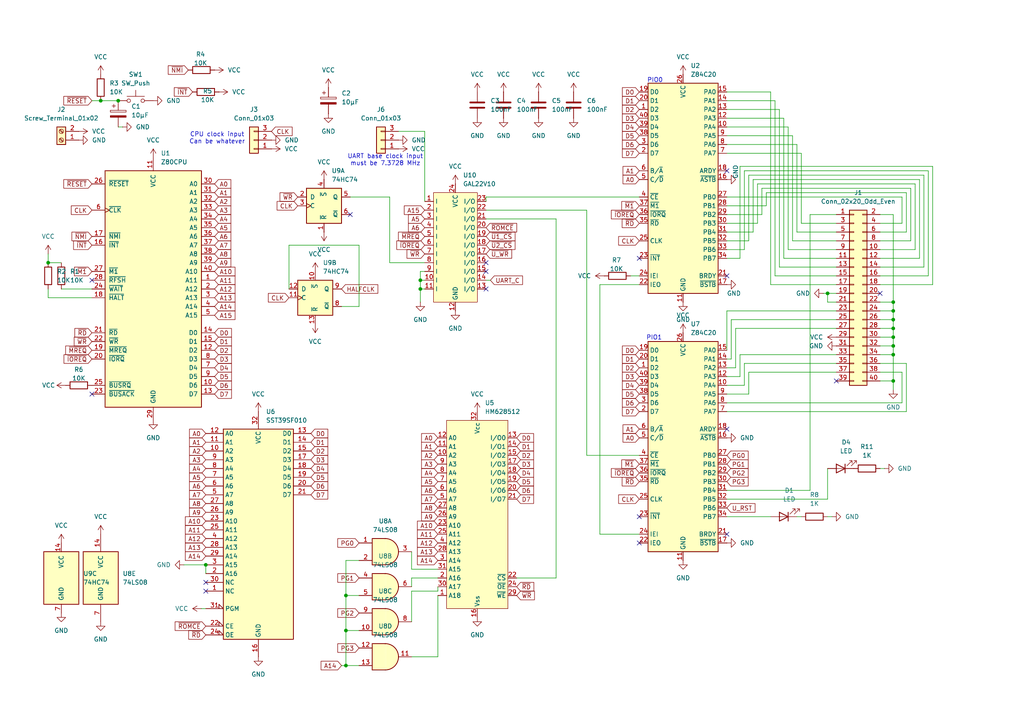
<source format=kicad_sch>
(kicad_sch (version 20231120) (generator "eeschema") (generator_version "8.0")
  (paper "A4")
  (junction (at 121.92 81.28))
  (junction (at 142.24 237.49))
  (junction (at 107.95 252.73))
  (junction (at 259.08 90.17))
  (junction (at 259.08 95.25))
  (junction (at 34.29 29.21))
  (junction (at 259.08 102.87))
  (junction (at 259.08 100.33))
  (junction (at 259.08 87.63))
  (junction (at 121.92 83.82))
  (junction (at 240.03 85.09))
  (junction (at 29.21 29.21))
  (junction (at 100.33 172.72))
  (junction (at 59.69 163.83))
  (junction (at 259.08 110.49))
  (junction (at 100.33 182.88))
  (junction (at 259.08 92.71))
  (junction (at 100.33 193.04))
  (junction (at 259.08 97.79))
  (junction (at 45.72 251.46))
  (junction (at 13.97 76.2))
  (junction (at 78.74 236.22))
  (no_connect (at 83.82 247.65))
  (no_connect (at 140.97 76.2))
  (no_connect (at 140.97 78.74))
  (no_connect (at 59.69 168.91))
  (no_connect (at 128.27 252.73))
  (no_connect (at 134.62 255.27))
  (no_connect (at 147.32 255.27))
  (no_connect (at 140.97 83.82))
  (no_connect (at 66.04 228.6))
  (no_connect (at 255.27 85.09))
  (no_connect (at 26.67 81.28))
  (no_connect (at 73.66 247.65))
  (no_connect (at 66.04 251.46))
  (no_connect (at 185.42 74.93))
  (no_connect (at 210.82 49.53))
  (no_connect (at 66.04 254))
  (no_connect (at 242.57 110.49))
  (no_connect (at 128.27 267.97))
  (no_connect (at 101.6 62.23))
  (no_connect (at 128.27 255.27))
  (no_connect (at 137.16 255.27))
  (no_connect (at 185.42 157.48))
  (no_connect (at 71.12 247.65))
  (no_connect (at 26.67 114.3))
  (no_connect (at 185.42 149.86))
  (no_connect (at 66.04 266.7))
  (no_connect (at 66.04 238.76))
  (no_connect (at 210.82 154.94))
  (no_connect (at 59.69 171.45))
  (no_connect (at 210.82 80.01))
  (no_connect (at 128.27 240.03))
  (no_connect (at 128.27 229.87))
  (no_connect (at 210.82 124.46))
  (wire (pts (xy 185.42 57.15) (xy 140.97 57.15)))
  (wire (pts (xy 229.87 69.85) (xy 242.57 69.85)))
  (wire (pts (xy 270.51 82.55) (xy 255.27 82.55)))
  (wire (pts (xy 215.9 72.39) (xy 215.9 49.53)))
  (wire (pts (xy 106.68 252.73) (xy 107.95 252.73)))
  (wire (pts (xy 217.17 50.8) (xy 267.97 50.8)))
  (wire (pts (xy 26.67 29.21) (xy 29.21 29.21)))
  (wire (pts (xy 210.82 57.15) (xy 261.62 57.15)))
  (wire (pts (xy 259.08 95.25) (xy 259.08 97.79)))
  (wire (pts (xy 140.97 57.15) (xy 140.97 58.42)))
  (wire (pts (xy 121.92 83.82) (xy 121.92 81.28)))
  (wire (pts (xy 226.06 77.47) (xy 242.57 77.47)))
  (wire (pts (xy 220.98 62.23) (xy 220.98 54.61)))
  (wire (pts (xy 210.82 116.84) (xy 261.62 116.84)))
  (wire (pts (xy 119.38 171.45) (xy 127 171.45)))
  (wire (pts (xy 128.27 224.79) (xy 135.89 224.79)))
  (wire (pts (xy 173.99 154.94) (xy 173.99 82.55)))
  (wire (pts (xy 210.82 64.77) (xy 219.71 64.77)))
  (wire (pts (xy 100.33 182.88) (xy 100.33 172.72)))
  (wire (pts (xy 269.24 49.53) (xy 269.24 80.01)))
  (wire (pts (xy 121.92 81.28) (xy 121.92 78.74)))
  (wire (pts (xy 135.89 231.14) (xy 139.7 231.14)))
  (wire (pts (xy 170.18 132.08) (xy 170.18 60.96)))
  (wire (pts (xy 264.16 69.85) (xy 255.27 69.85)))
  (wire (pts (xy 229.87 39.37) (xy 229.87 69.85)))
  (wire (pts (xy 113.03 76.2) (xy 123.19 76.2)))
  (wire (pts (xy 76.2 231.14) (xy 76.2 247.65)))
  (wire (pts (xy 222.25 59.69) (xy 222.25 55.88)))
  (wire (pts (xy 214.63 48.26) (xy 270.51 48.26)))
  (wire (pts (xy 34.29 36.83) (xy 35.56 36.83)))
  (wire (pts (xy 261.62 116.84) (xy 261.62 107.95)))
  (wire (pts (xy 242.57 92.71) (xy 212.09 92.71)))
  (wire (pts (xy 210.82 44.45) (xy 232.41 44.45)))
  (wire (pts (xy 242.57 105.41) (xy 215.9 105.41)))
  (wire (pts (xy 267.97 77.47) (xy 255.27 77.47)))
  (wire (pts (xy 17.78 83.82) (xy 26.67 83.82)))
  (wire (pts (xy 99.06 88.9) (xy 104.14 88.9)))
  (wire (pts (xy 234.95 62.23) (xy 242.57 62.23)))
  (wire (pts (xy 87.63 236.22) (xy 88.9 236.22)))
  (wire (pts (xy 262.89 119.38) (xy 262.89 105.41)))
  (wire (pts (xy 83.82 71.12) (xy 83.82 83.82)))
  (wire (pts (xy 44.45 251.46) (xy 45.72 251.46)))
  (wire (pts (xy 210.82 59.69) (xy 222.25 59.69)))
  (wire (pts (xy 127 190.5) (xy 127 172.72)))
  (wire (pts (xy 142.24 237.49) (xy 142.24 255.27)))
  (wire (pts (xy 161.29 63.5) (xy 140.97 63.5)))
  (wire (pts (xy 232.41 64.77) (xy 242.57 64.77)))
  (wire (pts (xy 259.08 62.23) (xy 259.08 87.63)))
  (wire (pts (xy 261.62 57.15) (xy 261.62 64.77)))
  (wire (pts (xy 255.27 102.87) (xy 259.08 102.87)))
  (wire (pts (xy 87.63 226.06) (xy 88.9 226.06)))
  (wire (pts (xy 255.27 135.89) (xy 256.54 135.89)))
  (wire (pts (xy 100.33 172.72) (xy 104.14 172.72)))
  (wire (pts (xy 127 171.45) (xy 127 170.18)))
  (wire (pts (xy 119.38 170.18) (xy 119.38 167.64)))
  (wire (pts (xy 210.82 26.67) (xy 223.52 26.67)))
  (wire (pts (xy 113.03 57.15) (xy 113.03 76.2)))
  (wire (pts (xy 71.12 231.14) (xy 76.2 231.14)))
  (wire (pts (xy 71.12 223.52) (xy 71.12 231.14)))
  (wire (pts (xy 255.27 87.63) (xy 259.08 87.63)))
  (wire (pts (xy 224.79 80.01) (xy 242.57 80.01)))
  (wire (pts (xy 255.27 97.79) (xy 259.08 97.79)))
  (wire (pts (xy 210.82 72.39) (xy 215.9 72.39)))
  (wire (pts (xy 222.25 55.88) (xy 262.89 55.88)))
  (wire (pts (xy 210.82 62.23) (xy 220.98 62.23)))
  (wire (pts (xy 265.43 72.39) (xy 255.27 72.39)))
  (wire (pts (xy 255.27 62.23) (xy 259.08 62.23)))
  (wire (pts (xy 217.17 69.85) (xy 217.17 50.8)))
  (wire (pts (xy 264.16 54.61) (xy 264.16 69.85)))
  (wire (pts (xy 210.82 149.86) (xy 223.52 149.86)))
  (wire (pts (xy 78.74 236.22) (xy 80.01 236.22)))
  (wire (pts (xy 107.95 252.73) (xy 107.95 255.27)))
  (wire (pts (xy 78.74 236.22) (xy 78.74 247.65)))
  (wire (pts (xy 210.82 90.17) (xy 210.82 101.6)))
  (wire (pts (xy 210.82 142.24) (xy 234.95 142.24)))
  (wire (pts (xy 100.33 162.56) (xy 100.33 172.72)))
  (wire (pts (xy 128.27 227.33) (xy 134.62 227.33)))
  (wire (pts (xy 59.69 163.83) (xy 59.69 166.37)))
  (wire (pts (xy 266.7 74.93) (xy 255.27 74.93)))
  (wire (pts (xy 121.92 87.63) (xy 121.92 83.82)))
  (wire (pts (xy 220.98 54.61) (xy 264.16 54.61)))
  (wire (pts (xy 128.27 237.49) (xy 142.24 237.49)))
  (wire (pts (xy 215.9 111.76) (xy 210.82 111.76)))
  (wire (pts (xy 219.71 64.77) (xy 219.71 53.34)))
  (wire (pts (xy 161.29 167.64) (xy 161.29 63.5)))
  (wire (pts (xy 13.97 76.2) (xy 17.78 76.2)))
  (wire (pts (xy 66.04 223.52) (xy 71.12 223.52)))
  (wire (pts (xy 219.71 53.34) (xy 265.43 53.34)))
  (wire (pts (xy 227.33 34.29) (xy 227.33 74.93)))
  (wire (pts (xy 218.44 67.31) (xy 218.44 52.07)))
  (wire (pts (xy 259.08 87.63) (xy 259.08 90.17)))
  (wire (pts (xy 267.97 50.8) (xy 267.97 77.47)))
  (wire (pts (xy 214.63 109.22) (xy 210.82 109.22)))
  (wire (pts (xy 119.38 180.34) (xy 119.38 171.45)))
  (wire (pts (xy 119.38 160.02) (xy 119.38 165.1)))
  (wire (pts (xy 115.57 38.1) (xy 123.19 38.1)))
  (wire (pts (xy 140.97 81.28) (xy 142.24 81.28)))
  (wire (pts (xy 210.82 29.21) (xy 224.79 29.21)))
  (wire (pts (xy 185.42 154.94) (xy 173.99 154.94)))
  (wire (pts (xy 242.57 90.17) (xy 210.82 90.17)))
  (wire (pts (xy 255.27 95.25) (xy 259.08 95.25)))
  (wire (pts (xy 121.92 83.82) (xy 123.19 83.82)))
  (wire (pts (xy 217.17 107.95) (xy 217.17 114.3)))
  (wire (pts (xy 121.92 78.74) (xy 123.19 78.74)))
  (wire (pts (xy 104.14 88.9) (xy 104.14 71.12)))
  (wire (pts (xy 238.76 85.09) (xy 240.03 85.09)))
  (wire (pts (xy 212.09 104.14) (xy 210.82 104.14)))
  (wire (pts (xy 119.38 165.1) (xy 127 165.1)))
  (wire (pts (xy 259.08 110.49) (xy 259.08 113.03)))
  (wire (pts (xy 214.63 102.87) (xy 214.63 109.22)))
  (wire (pts (xy 231.14 149.86) (xy 232.41 149.86)))
  (wire (pts (xy 231.14 41.91) (xy 231.14 67.31)))
  (wire (pts (xy 269.24 80.01) (xy 255.27 80.01)))
  (wire (pts (xy 262.89 67.31) (xy 255.27 67.31)))
  (wire (pts (xy 210.82 144.78) (xy 240.03 144.78)))
  (wire (pts (xy 149.86 167.64) (xy 161.29 167.64)))
  (wire (pts (xy 240.03 149.86) (xy 241.3 149.86)))
  (wire (pts (xy 259.08 90.17) (xy 259.08 92.71)))
  (wire (pts (xy 255.27 92.71) (xy 259.08 92.71)))
  (wire (pts (xy 104.14 71.12) (xy 83.82 71.12)))
  (wire (pts (xy 240.03 85.09) (xy 242.57 85.09)))
  (wire (pts (xy 255.27 100.33) (xy 259.08 100.33)))
  (wire (pts (xy 170.18 60.96) (xy 140.97 60.96)))
  (wire (pts (xy 13.97 86.36) (xy 26.67 86.36)))
  (wire (pts (xy 142.24 237.49) (xy 144.78 237.49)))
  (wire (pts (xy 210.82 67.31) (xy 218.44 67.31)))
  (wire (pts (xy 226.06 31.75) (xy 226.06 77.47)))
  (wire (pts (xy 139.7 231.14) (xy 139.7 255.27)))
  (wire (pts (xy 218.44 52.07) (xy 266.7 52.07)))
  (wire (pts (xy 149.86 227.33) (xy 151.13 227.33)))
  (wire (pts (xy 228.6 36.83) (xy 228.6 72.39)))
  (wire (pts (xy 13.97 83.82) (xy 13.97 86.36)))
  (wire (pts (xy 259.08 92.71) (xy 259.08 95.25)))
  (wire (pts (xy 185.42 132.08) (xy 170.18 132.08)))
  (wire (pts (xy 101.6 57.15) (xy 113.03 57.15)))
  (wire (pts (xy 259.08 102.87) (xy 259.08 110.49)))
  (wire (pts (xy 232.41 44.45) (xy 232.41 64.77)))
  (wire (pts (xy 13.97 73.66) (xy 13.97 76.2)))
  (wire (pts (xy 270.51 48.26) (xy 270.51 82.55)))
  (wire (pts (xy 29.21 29.21) (xy 34.29 29.21)))
  (wire (pts (xy 262.89 55.88) (xy 262.89 67.31)))
  (wire (pts (xy 227.33 74.93) (xy 242.57 74.93)))
  (wire (pts (xy 210.82 39.37) (xy 229.87 39.37)))
  (wire (pts (xy 266.7 52.07) (xy 266.7 74.93)))
  (wire (pts (xy 240.03 144.78) (xy 240.03 135.89)))
  (wire (pts (xy 121.92 81.28) (xy 123.19 81.28)))
  (wire (pts (xy 255.27 110.49) (xy 259.08 110.49)))
  (wire (pts (xy 210.82 34.29) (xy 227.33 34.29)))
  (wire (pts (xy 104.14 182.88) (xy 100.33 182.88)))
  (wire (pts (xy 53.34 163.83) (xy 59.69 163.83)))
  (wire (pts (xy 104.14 162.56) (xy 100.33 162.56)))
  (wire (pts (xy 66.04 226.06) (xy 72.39 226.06)))
  (wire (pts (xy 212.09 92.71) (xy 212.09 104.14)))
  (wire (pts (xy 210.82 74.93) (xy 214.63 74.93)))
  (wire (pts (xy 210.82 119.38) (xy 262.89 119.38)))
  (wire (pts (xy 265.43 53.34) (xy 265.43 72.39)))
  (wire (pts (xy 66.04 236.22) (xy 78.74 236.22)))
  (wire (pts (xy 104.14 193.04) (xy 100.33 193.04)))
  (wire (pts (xy 210.82 31.75) (xy 226.06 31.75)))
  (wire (pts (xy 119.38 190.5) (xy 127 190.5)))
  (wire (pts (xy 223.52 26.67) (xy 223.52 82.55)))
  (wire (pts (xy 210.82 41.91) (xy 231.14 41.91)))
  (wire (pts (xy 242.57 87.63) (xy 240.03 87.63)))
  (wire (pts (xy 228.6 72.39) (xy 242.57 72.39)))
  (wire (pts (xy 223.52 82.55) (xy 242.57 82.55)))
  (wire (pts (xy 255.27 90.17) (xy 259.08 90.17)))
  (wire (pts (xy 240.03 87.63) (xy 240.03 85.09)))
  (wire (pts (xy 259.08 100.33) (xy 259.08 102.87)))
  (wire (pts (xy 261.62 107.95) (xy 255.27 107.95)))
  (wire (pts (xy 182.88 80.01) (xy 185.42 80.01)))
  (wire (pts (xy 210.82 36.83) (xy 228.6 36.83)))
  (wire (pts (xy 224.79 29.21) (xy 224.79 80.01)))
  (wire (pts (xy 215.9 105.41) (xy 215.9 111.76)))
  (wire (pts (xy 213.36 106.68) (xy 210.82 106.68)))
  (wire (pts (xy 210.82 69.85) (xy 217.17 69.85)))
  (wire (pts (xy 231.14 67.31) (xy 242.57 67.31)))
  (wire (pts (xy 234.95 142.24) (xy 234.95 62.23)))
  (wire (pts (xy 215.9 49.53) (xy 269.24 49.53)))
  (wire (pts (xy 214.63 74.93) (xy 214.63 48.26)))
  (wire (pts (xy 119.38 167.64) (xy 127 167.64)))
  (wire (pts (xy 99.06 193.04) (xy 100.33 193.04)))
  (wire (pts (xy 100.33 193.04) (xy 100.33 182.88)))
  (wire (pts (xy 135.89 224.79) (xy 135.89 231.14)))
  (wire (pts (xy 173.99 82.55) (xy 185.42 82.55)))
  (wire (pts (xy 45.72 251.46) (xy 45.72 254)))
  (wire (pts (xy 242.57 95.25) (xy 213.36 95.25)))
  (wire (pts (xy 259.08 97.79) (xy 259.08 100.33)))
  (wire (pts (xy 58.42 176.53) (xy 59.69 176.53)))
  (wire (pts (xy 213.36 95.25) (xy 213.36 106.68)))
  (wire (pts (xy 242.57 107.95) (xy 217.17 107.95)))
  (wire (pts (xy 152.4 237.49) (xy 154.94 237.49)))
  (wire (pts (xy 261.62 64.77) (xy 255.27 64.77)))
  (wire (pts (xy 262.89 105.41) (xy 255.27 105.41)))
  (wire (pts (xy 217.17 114.3) (xy 210.82 114.3)))
  (wire (pts (xy 242.57 102.87) (xy 214.63 102.87)))
  (wire (pts (xy 123.19 38.1) (xy 123.19 58.42)))
  (text "UART base clock input\nmust be 7.3728 MHz" (at 111.76 46.482 0) (effects (font (size 1.27 1.27))))
  (text "CPU clock input\nCan be whatever" (at 62.992 40.132 0) (effects (font (size 1.27 1.27))))
  (text "PIO0" (at 189.992 23.368 0) (effects (font (size 1.27 1.27))))
  (text "PIO1" (at 189.738 98.044 0) (effects (font (size 1.27 1.27))))
  (global_label "A14" (shape input) (at 59.69 161.29 180) (property "Intersheetrefs" "${INTERSHEET_REFS}" (effects (hide yes))))
  (global_label "A1" (shape input) (at 185.42 124.46 180) (property "Intersheetrefs" "${INTERSHEET_REFS}" (effects (hide yes))))
  (global_label "A13" (shape input) (at 62.23 86.36 0) (property "Intersheetrefs" "${INTERSHEET_REFS}" (effects (hide yes))))
  (global_label "A4" (shape input) (at 62.23 63.5 0) (property "Intersheetrefs" "${INTERSHEET_REFS}" (effects (hide yes))))
  (global_label "~{M1}" (shape input) (at 185.42 59.69 180) (property "Intersheetrefs" "${INTERSHEET_REFS}" (effects (hide yes))))
  (global_label "PG3" (shape input) (at 104.14 187.96 180) (property "Intersheetrefs" "${INTERSHEET_REFS}" (effects (hide yes))))
  (global_label "A12" (shape input) (at 62.23 83.82 0) (property "Intersheetrefs" "${INTERSHEET_REFS}" (effects (hide yes))))
  (global_label "~{RESET}" (shape input) (at 26.67 29.21 180) (property "Intersheetrefs" "${INTERSHEET_REFS}" (effects (hide yes))))
  (global_label "A15" (shape input) (at 62.23 91.44 0) (property "Intersheetrefs" "${INTERSHEET_REFS}" (effects (hide yes))))
  (global_label "A3" (shape input) (at 59.69 133.35 180) (property "Intersheetrefs" "${INTERSHEET_REFS}" (effects (hide yes))))
  (global_label "~{IOREQ}" (shape input) (at 123.19 71.12 180) (property "Intersheetrefs" "${INTERSHEET_REFS}" (effects (hide yes))))
  (global_label "D2" (shape input) (at 185.42 31.75 180) (property "Intersheetrefs" "${INTERSHEET_REFS}" (effects (hide yes))))
  (global_label "A8" (shape input) (at 62.23 73.66 0) (property "Intersheetrefs" "${INTERSHEET_REFS}" (effects (hide yes))))
  (global_label "D4" (shape input) (at 90.17 135.89 0) (property "Intersheetrefs" "${INTERSHEET_REFS}" (effects (hide yes))))
  (global_label "A5" (shape input) (at 127 139.7 180) (property "Intersheetrefs" "${INTERSHEET_REFS}" (effects (hide yes))))
  (global_label "PG0" (shape input) (at 210.82 132.08 0) (property "Intersheetrefs" "${INTERSHEET_REFS}" (effects (hide yes))))
  (global_label "A10" (shape input) (at 62.23 78.74 0) (property "Intersheetrefs" "${INTERSHEET_REFS}" (effects (hide yes))))
  (global_label "~{M1}" (shape input) (at 26.67 78.74 180) (property "Intersheetrefs" "${INTERSHEET_REFS}" (effects (hide yes))))
  (global_label "D7" (shape input) (at 149.86 144.78 0) (property "Intersheetrefs" "${INTERSHEET_REFS}" (effects (hide yes))))
  (global_label "A9" (shape input) (at 127 149.86 180) (property "Intersheetrefs" "${INTERSHEET_REFS}" (effects (hide yes))))
  (global_label "~{U_WR}" (shape input) (at 107.95 260.35 180) (property "Intersheetrefs" "${INTERSHEET_REFS}" (effects (hide yes))))
  (global_label "D0" (shape input) (at 62.23 96.52 0) (property "Intersheetrefs" "${INTERSHEET_REFS}" (effects (hide yes))))
  (global_label "D2" (shape input) (at 185.42 106.68 180) (property "Intersheetrefs" "${INTERSHEET_REFS}" (effects (hide yes))))
  (global_label "D3" (shape input) (at 62.23 104.14 0) (property "Intersheetrefs" "${INTERSHEET_REFS}" (effects (hide yes))))
  (global_label "~{WR}" (shape input) (at 149.86 172.72 0) (property "Intersheetrefs" "${INTERSHEET_REFS}" (effects (hide yes))))
  (global_label "CLK" (shape input) (at 185.42 69.85 180) (property "Intersheetrefs" "${INTERSHEET_REFS}" (effects (hide yes))))
  (global_label "A3" (shape input) (at 127 134.62 180) (property "Intersheetrefs" "${INTERSHEET_REFS}" (effects (hide yes))))
  (global_label "PG1" (shape input) (at 104.14 167.64 180) (property "Intersheetrefs" "${INTERSHEET_REFS}" (effects (hide yes))))
  (global_label "A11" (shape input) (at 59.69 153.67 180) (property "Intersheetrefs" "${INTERSHEET_REFS}" (effects (hide yes))))
  (global_label "D5" (shape input) (at 45.72 233.68 180) (property "Intersheetrefs" "${INTERSHEET_REFS}" (effects (hide yes))))
  (global_label "HALFCLK" (shape input) (at 45.72 243.84 180) (property "Intersheetrefs" "${INTERSHEET_REFS}" (effects (hide yes))))
  (global_label "A8" (shape input) (at 59.69 146.05 180) (property "Intersheetrefs" "${INTERSHEET_REFS}" (effects (hide yes))))
  (global_label "A9" (shape input) (at 62.23 76.2 0) (property "Intersheetrefs" "${INTERSHEET_REFS}" (effects (hide yes))))
  (global_label "A11" (shape input) (at 127 154.94 180) (property "Intersheetrefs" "${INTERSHEET_REFS}" (effects (hide yes))))
  (global_label "D2" (shape input) (at 149.86 132.08 0) (property "Intersheetrefs" "${INTERSHEET_REFS}" (effects (hide yes))))
  (global_label "D0" (shape input) (at 185.42 101.6 180) (property "Intersheetrefs" "${INTERSHEET_REFS}" (effects (hide yes))))
  (global_label "D6" (shape input) (at 185.42 116.84 180) (property "Intersheetrefs" "${INTERSHEET_REFS}" (effects (hide yes))))
  (global_label "PG2" (shape input) (at 104.14 177.8 180) (property "Intersheetrefs" "${INTERSHEET_REFS}" (effects (hide yes))))
  (global_label "D4" (shape input) (at 185.42 36.83 180) (property "Intersheetrefs" "${INTERSHEET_REFS}" (effects (hide yes))))
  (global_label "A1" (shape input) (at 62.23 55.88 0) (property "Intersheetrefs" "${INTERSHEET_REFS}" (effects (hide yes))))
  (global_label "A14" (shape input) (at 62.23 88.9 0) (property "Intersheetrefs" "${INTERSHEET_REFS}" (effects (hide yes))))
  (global_label "A9" (shape input) (at 59.69 148.59 180) (property "Intersheetrefs" "${INTERSHEET_REFS}" (effects (hide yes))))
  (global_label "A0" (shape input) (at 185.42 127 180) (property "Intersheetrefs" "${INTERSHEET_REFS}" (effects (hide yes))))
  (global_label "~{U2_CS}" (shape input) (at 107.95 262.89 180) (property "Intersheetrefs" "${INTERSHEET_REFS}" (effects (hide yes))))
  (global_label "A1" (shape input) (at 185.42 49.53 180) (property "Intersheetrefs" "${INTERSHEET_REFS}" (effects (hide yes))))
  (global_label "D3" (shape input) (at 107.95 229.87 180) (property "Intersheetrefs" "${INTERSHEET_REFS}" (effects (hide yes))))
  (global_label "D3" (shape input) (at 185.42 109.22 180) (property "Intersheetrefs" "${INTERSHEET_REFS}" (effects (hide yes))))
  (global_label "A4" (shape input) (at 59.69 135.89 180) (property "Intersheetrefs" "${INTERSHEET_REFS}" (effects (hide yes))))
  (global_label "D4" (shape input) (at 62.23 106.68 0) (property "Intersheetrefs" "${INTERSHEET_REFS}" (effects (hide yes))))
  (global_label "A6" (shape input) (at 127 142.24 180) (property "Intersheetrefs" "${INTERSHEET_REFS}" (effects (hide yes))))
  (global_label "~{NMI}" (shape input) (at 54.61 20.32 180) (property "Intersheetrefs" "${INTERSHEET_REFS}" (effects (hide yes))))
  (global_label "~{RD}" (shape input) (at 185.42 64.77 180) (property "Intersheetrefs" "${INTERSHEET_REFS}" (effects (hide yes))))
  (global_label "HALFCLK" (shape input) (at 99.06 83.82 0) (property "Intersheetrefs" "${INTERSHEET_REFS}" (effects (hide yes))))
  (global_label "A13" (shape input) (at 59.69 158.75 180) (property "Intersheetrefs" "${INTERSHEET_REFS}" (effects (hide yes))))
  (global_label "~{WR}" (shape input) (at 86.36 57.15 180) (property "Intersheetrefs" "${INTERSHEET_REFS}" (effects (hide yes))))
  (global_label "A12" (shape input) (at 59.69 156.21 180) (property "Intersheetrefs" "${INTERSHEET_REFS}" (effects (hide yes))))
  (global_label "D7" (shape input) (at 62.23 114.3 0) (property "Intersheetrefs" "${INTERSHEET_REFS}" (effects (hide yes))))
  (global_label "A1" (shape input) (at 59.69 128.27 180) (property "Intersheetrefs" "${INTERSHEET_REFS}" (effects (hide yes))))
  (global_label "D3" (shape input) (at 45.72 228.6 180) (property "Intersheetrefs" "${INTERSHEET_REFS}" (effects (hide yes))))
  (global_label "D0" (shape input) (at 185.42 26.67 180) (property "Intersheetrefs" "${INTERSHEET_REFS}" (effects (hide yes))))
  (global_label "D0" (shape input) (at 107.95 222.25 180) (property "Intersheetrefs" "${INTERSHEET_REFS}" (effects (hide yes))))
  (global_label "~{NMI}" (shape input) (at 26.67 68.58 180) (property "Intersheetrefs" "${INTERSHEET_REFS}" (effects (hide yes))))
  (global_label "~{M1}" (shape input) (at 185.42 134.62 180) (property "Intersheetrefs" "${INTERSHEET_REFS}" (effects (hide yes))))
  (global_label "A5" (shape input) (at 62.23 66.04 0) (property "Intersheetrefs" "${INTERSHEET_REFS}" (effects (hide yes))))
  (global_label "CLK" (shape input) (at 26.67 60.96 180) (property "Intersheetrefs" "${INTERSHEET_REFS}" (effects (hide yes))))
  (global_label "A7" (shape input) (at 59.69 143.51 180) (property "Intersheetrefs" "${INTERSHEET_REFS}" (effects (hide yes))))
  (global_label "A2" (shape input) (at 59.69 130.81 180) (property "Intersheetrefs" "${INTERSHEET_REFS}" (effects (hide yes))))
  (global_label "D1" (shape input) (at 107.95 224.79 180) (property "Intersheetrefs" "${INTERSHEET_REFS}" (effects (hide yes))))
  (global_label "D5" (shape input) (at 62.23 109.22 0) (property "Intersheetrefs" "${INTERSHEET_REFS}" (effects (hide yes))))
  (global_label "A0" (shape input) (at 45.72 264.16 180) (property "Intersheetrefs" "${INTERSHEET_REFS}" (effects (hide yes))))
  (global_label "A7" (shape input) (at 62.23 71.12 0) (property "Intersheetrefs" "${INTERSHEET_REFS}" (effects (hide yes))))
  (global_label "D6" (shape input) (at 185.42 41.91 180) (property "Intersheetrefs" "${INTERSHEET_REFS}" (effects (hide yes))))
  (global_label "A10" (shape input) (at 59.69 151.13 180) (property "Intersheetrefs" "${INTERSHEET_REFS}" (effects (hide yes))))
  (global_label "A11" (shape input) (at 62.23 81.28 0) (property "Intersheetrefs" "${INTERSHEET_REFS}" (effects (hide yes))))
  (global_label "D5" (shape input) (at 90.17 138.43 0) (property "Intersheetrefs" "${INTERSHEET_REFS}" (effects (hide yes))))
  (global_label "A15" (shape input) (at 123.19 60.96 180) (property "Intersheetrefs" "${INTERSHEET_REFS}" (effects (hide yes))))
  (global_label "D4" (shape input) (at 149.86 137.16 0) (property "Intersheetrefs" "${INTERSHEET_REFS}" (effects (hide yes))))
  (global_label "A14" (shape input) (at 127 162.56 180) (property "Intersheetrefs" "${INTERSHEET_REFS}" (effects (hide yes))))
  (global_label "UART_C" (shape input) (at 66.04 233.68 0) (property "Intersheetrefs" "${INTERSHEET_REFS}" (effects (hide yes))))
  (global_label "~{U_WR}" (shape input) (at 140.97 73.66 0) (property "Intersheetrefs" "${INTERSHEET_REFS}" (effects (hide yes))))
  (global_label "~{ROMCE}" (shape input) (at 59.69 181.61 180) (property "Intersheetrefs" "${INTERSHEET_REFS}" (effects (hide yes))))
  (global_label "UART_C" (shape input) (at 128.27 234.95 0) (property "Intersheetrefs" "${INTERSHEET_REFS}" (effects (hide yes))))
  (global_label "A0" (shape input) (at 107.95 265.43 180) (property "Intersheetrefs" "${INTERSHEET_REFS}" (effects (hide yes))))
  (global_label "D3" (shape input) (at 90.17 133.35 0) (property "Intersheetrefs" "${INTERSHEET_REFS}" (effects (hide yes))))
  (global_label "D5" (shape input) (at 185.42 114.3 180) (property "Intersheetrefs" "${INTERSHEET_REFS}" (effects (hide yes))))
  (global_label "D2" (shape input) (at 62.23 101.6 0) (property "Intersheetrefs" "${INTERSHEET_REFS}" (effects (hide yes))))
  (global_label "~{RD}" (shape input) (at 149.86 170.18 0) (property "Intersheetrefs" "${INTERSHEET_REFS}" (effects (hide yes))))
  (global_label "D0" (shape input) (at 45.72 220.98 180) (property "Intersheetrefs" "${INTERSHEET_REFS}" (effects (hide yes))))
  (global_label "~{U2_CS}" (shape input) (at 140.97 71.12 0) (property "Intersheetrefs" "${INTERSHEET_REFS}" (effects (hide yes))))
  (global_label "D1" (shape input) (at 62.23 99.06 0) (property "Intersheetrefs" "${INTERSHEET_REFS}" (effects (hide yes))))
  (global_label "A5" (shape input) (at 59.69 138.43 180) (property "Intersheetrefs" "${INTERSHEET_REFS}" (effects (hide yes))))
  (global_label "D0" (shape input) (at 149.86 127 0) (property "Intersheetrefs" "${INTERSHEET_REFS}" (effects (hide yes))))
  (global_label "~{U_WR}" (shape input) (at 45.72 259.08 180) (property "Intersheetrefs" "${INTERSHEET_REFS}" (effects (hide yes))))
  (global_label "D5" (shape input) (at 185.42 39.37 180) (property "Intersheetrefs" "${INTERSHEET_REFS}" (effects (hide yes))))
  (global_label "~{ROMCE}" (shape input) (at 140.97 66.04 0) (property "Intersheetrefs" "${INTERSHEET_REFS}" (effects (hide yes))))
  (global_label "D3" (shape input) (at 149.86 134.62 0) (property "Intersheetrefs" "${INTERSHEET_REFS}" (effects (hide yes))))
  (global_label "D7" (shape input) (at 185.42 119.38 180) (property "Intersheetrefs" "${INTERSHEET_REFS}" (effects (hide yes))))
  (global_label "~{INT}" (shape input) (at 55.88 26.67 180) (property "Intersheetrefs" "${INTERSHEET_REFS}" (effects (hide yes))))
  (global_label "D5" (shape input) (at 107.95 234.95 180) (property "Intersheetrefs" "${INTERSHEET_REFS}" (effects (hide yes))))
  (global_label "~{WR}" (shape input) (at 26.67 99.06 180) (property "Intersheetrefs" "${INTERSHEET_REFS}" (effects (hide yes))))
  (global_label "A1" (shape input) (at 127 129.54 180) (property "Intersheetrefs" "${INTERSHEET_REFS}" (effects (hide yes))))
  (global_label "HALFCLK" (shape input) (at 107.95 245.11 180) (property "Intersheetrefs" "${INTERSHEET_REFS}" (effects (hide yes))))
  (global_label "PG0" (shape input) (at 104.14 157.48 180) (property "Intersheetrefs" "${INTERSHEET_REFS}" (effects (hide yes))))
  (global_label "~{RD}" (shape input) (at 26.67 96.52 180) (property "Intersheetrefs" "${INTERSHEET_REFS}" (effects (hide yes))))
  (global_label "~{U1_CS}" (shape input) (at 140.97 68.58 0) (property "Intersheetrefs" "${INTERSHEET_REFS}" (effects (hide yes))))
  (global_label "D2" (shape input) (at 45.72 226.06 180) (property "Intersheetrefs" "${INTERSHEET_REFS}" (effects (hide yes))))
  (global_label "UART_C" (shape input) (at 66.04 220.98 0) (property "Intersheetrefs" "${INTERSHEET_REFS}" (effects (hide yes))))
  (global_label "~{MREQ}" (shape input) (at 123.19 68.58 180) (property "Intersheetrefs" "${INTERSHEET_REFS}" (effects (hide yes))))
  (global_label "~{RD}" (shape input) (at 185.42 139.7 180) (property "Intersheetrefs" "${INTERSHEET_REFS}" (effects (hide yes))))
  (global_label "PG1" (shape input) (at 210.82 134.62 0) (property "Intersheetrefs" "${INTERSHEET_REFS}" (effects (hide yes))))
  (global_label "A14" (shape input) (at 99.06 193.04 180) (property "Intersheetrefs" "${INTERSHEET_REFS}" (effects (hide yes))))
  (global_label "D1" (shape input) (at 45.72 223.52 180) (property "Intersheetrefs" "${INTERSHEET_REFS}" (effects (hide yes))))
  (global_label "A10" (shape input) (at 127 152.4 180) (property "Intersheetrefs" "${INTERSHEET_REFS}" (effects (hide yes))))
  (global_label "A4" (shape input) (at 127 137.16 180) (property "Intersheetrefs" "${INTERSHEET_REFS}" (effects (hide yes))))
  (global_label "D4" (shape input) (at 107.95 232.41 180) (property "Intersheetrefs" "${INTERSHEET_REFS}" (effects (hide yes))))
  (global_label "~{INT}" (shape input) (at 26.67 71.12 180) (property "Intersheetrefs" "${INTERSHEET_REFS}" (effects (hide yes))))
  (global_label "A6" (shape input) (at 59.69 140.97 180) (property "Intersheetrefs" "${INTERSHEET_REFS}" (effects (hide yes))))
  (global_label "UART_C" (shape input) (at 142.24 81.28 0) (property "Intersheetrefs" "${INTERSHEET_REFS}" (effects (hide yes))))
  (global_label "A0" (shape input) (at 127 127 180) (property "Intersheetrefs" "${INTERSHEET_REFS}" (effects (hide yes))))
  (global_label "D7" (shape input) (at 45.72 238.76 180) (property "Intersheetrefs" "${INTERSHEET_REFS}" (effects (hide yes))))
  (global_label "A2" (shape input) (at 127 132.08 180) (property "Intersheetrefs" "${INTERSHEET_REFS}" (effects (hide yes))))
  (global_label "A13" (shape input) (at 127 160.02 180) (property "Intersheetrefs" "${INTERSHEET_REFS}" (effects (hide yes))))
  (global_label "D5" (shape input) (at 149.86 139.7 0) (property "Intersheetrefs" "${INTERSHEET_REFS}" (effects (hide yes))))
  (global_label "~{IOREQ}" (shape input) (at 185.42 137.16 180) (property "Intersheetrefs" "${INTERSHEET_REFS}" (effects (hide yes))))
  (global_label "D6" (shape input) (at 107.95 237.49 180) (property "Intersheetrefs" "${INTERSHEET_REFS}" (effects (hide yes))))
  (global_label "A6" (shape input) (at 123.19 66.04 180) (property "Intersheetrefs" "${INTERSHEET_REFS}" (effects (hide yes))))
  (global_label "D4" (shape input) (at 45.72 231.14 180) (property "Intersheetrefs" "${INTERSHEET_REFS}" (effects (hide yes))))
  (global_label "CLK" (shape input) (at 86.36 59.69 180) (property "Intersheetrefs" "${INTERSHEET_REFS}" (effects (hide yes))))
  (global_label "A5" (shape input) (at 123.19 63.5 180) (property "Intersheetrefs" "${INTERSHEET_REFS}" (effects (hide yes))))
  (global_label "A3" (shape input) (at 62.23 60.96 0) (property "Intersheetrefs" "${INTERSHEET_REFS}" (effects (hide yes))))
  (global_label "A6" (shape input) (at 62.23 68.58 0) (property "Intersheetrefs" "${INTERSHEET_REFS}" (effects (hide yes))))
  (global_label "D7" (shape input) (at 185.42 44.45 180) (property "Intersheetrefs" "${INTERSHEET_REFS}" (effects (hide yes))))
  (global_label "~{U1_CS}" (shape input) (at 45.72 261.62 180) (property "Intersheetrefs" "${INTERSHEET_REFS}" (effects (hide yes))))
  (global_label "~{RESET}" (shape input) (at 26.67 53.34 180) (property "Intersheetrefs" "${INTERSHEET_REFS}" (effects (hide yes))))
  (global_label "UART_C" (shape input) (at 128.27 222.25 0) (property "Intersheetrefs" "${INTERSHEET_REFS}" (effects (hide yes))))
  (global_label "A2" (shape input) (at 62.23 58.42 0) (property "Intersheetrefs" "${INTERSHEET_REFS}" (effects (hide yes))))
  (global_label "D1" (shape input) (at 149.86 129.54 0) (property "Intersheetrefs" "${INTERSHEET_REFS}" (effects (hide yes))))
  (global_label "~{RD}" (shape input) (at 45.72 266.7 180) (property "Intersheetrefs" "${INTERSHEET_REFS}" (effects (hide yes))))
  (global_label "A0" (shape input) (at 59.69 125.73 180) (property "Intersheetrefs" "${INTERSHEET_REFS}" (effects (hide yes))))
  (global_label "D6" (shape input) (at 149.86 142.24 0) (property "Intersheetrefs" "${INTERSHEET_REFS}" (effects (hide yes))))
  (global_label "U_RST" (shape input) (at 45.72 246.38 180) (property "Intersheetrefs" "${INTERSHEET_REFS}" (effects (hide yes))))
  (global_label "D3" (shape input) (at 185.42 34.29 180) (property "Intersheetrefs" "${INTERSHEET_REFS}" (effects (hide yes))))
  (global_label "D7" (shape input) (at 90.17 143.51 0) (property "Intersheetrefs" "${INTERSHEET_REFS}" (effects (hide yes))))
  (global_label "PG2" (shape input) (at 210.82 137.16 0) (property "Intersheetrefs" "${INTERSHEET_REFS}" (effects (hide yes))))
  (global_label "~{WR}" (shape input) (at 123.19 73.66 180) (property "Intersheetrefs" "${INTERSHEET_REFS}" (effects (hide yes))))
  (global_label "CLK" (shape input) (at 185.42 144.78 180) (property "Intersheetrefs" "${INTERSHEET_REFS}" (effects (hide yes))))
  (global_label "D2" (shape input) (at 90.17 130.81 0) (property "Intersheetrefs" "${INTERSHEET_REFS}" (effects (hide yes))))
  (global_label "PG3" (shape input) (at 210.82 139.7 0) (property "Intersheetrefs" "${INTERSHEET_REFS}" (effects (hide yes))))
  (global_label "U_RST" (shape input) (at 107.95 247.65 180) (property "Intersheetrefs" "${INTERSHEET_REFS}" (effects (hide yes))))
  (global_label "A0" (shape input) (at 62.23 53.34 0) (property "Intersheetrefs" "${INTERSHEET_REFS}" (effects (hide yes))))
  (global_label "A12" (shape input) (at 127 157.48 180) (property "Intersheetrefs" "${INTERSHEET_REFS}" (effects (hide yes))))
  (global_label "D1" (shape input) (at 90.17 128.27 0) (property "Intersheetrefs" "${INTERSHEET_REFS}" (effects (hide yes))))
  (global_label "D1" (shape input) (at 185.42 29.21 180) (property "Intersheetrefs" "${INTERSHEET_REFS}" (effects (hide yes))))
  (global_label "D4" (shape input) (at 185.42 111.76 180) (property "Intersheetrefs" "${INTERSHEET_REFS}" (effects (hide yes))))
  (global_label "CLK" (shape input) (at 78.74 38.1 0) (property "Intersheetrefs" "${INTERSHEET_REFS}" (effects (hide yes))))
  (global_label "~{IOREQ}" (shape input) (at 185.42 62.23 180) (property "Intersheetrefs" "${INTERSHEET_REFS}" (effects (hide yes))))
  (global_label "~{IOREQ}" (shape input) (at 26.67 104.14 180) (property "Intersheetrefs" "${INTERSHEET_REFS}" (effects (hide yes))))
  (global_label "A7" (shape input) (at 127 144.78 180) (property "Intersheetrefs" "${INTERSHEET_REFS}" (effects (hide yes))))
  (global_label "D1" (shape input) (at 185.42 104.14 180) (property "Intersheetrefs" "${INTERSHEET_REFS}" (effects (hide yes))))
  (global_label "D6" (shape input) (at 62.23 111.76 0) (property "Intersheetrefs" "${INTERSHEET_REFS}" (effects (hide yes))))
  (global_label "D0" (shape input) (at 90.17 125.73 0) (property "Intersheetrefs" "${INTERSHEET_REFS}" (effects (hide yes))))
  (global_label "~{MREQ}" (shape input) (at 26.67 101.6 180) (property "Intersheetrefs" "${INTERSHEET_REFS}" (effects (hide yes))))
  (global_label "D7" (shape input) (at 107.95 240.03 180) (property "Intersheetrefs" "${INTERSHEET_REFS}" (effects (hide yes))))
  (global_label "CLK" (shape input) (at 83.82 86.36 180) (property "Intersheetrefs" "${INTERSHEET_REFS}" (effects (hide yes))))
  (global_label "D6" (shape input) (at 45.72 236.22 180) (property "Intersheetrefs" "${INTERSHEET_REFS}" (effects (hide yes))))
  (global_label "A8" (shape input) (at 127 147.32 180) (property "Intersheetrefs" "${INTERSHEET_REFS}" (effects (hide yes))))
  (global_label "D2" (shape input) (at 107.95 227.33 180) (property "Intersheetrefs" "${INTERSHEET_REFS}" (effects (hide yes))))
  (global_label "~{RD}" (shape input) (at 107.95 267.97 180) (property "Intersheetrefs" "${INTERSHEET_REFS}" (effects (hide yes))))
  (global_label "A0" (shape input) (at 185.42 52.07 180) (property "Intersheetrefs" "${INTERSHEET_REFS}" (effects (hide yes))))
  (global_label "U_RST" (shape input) (at 210.82 147.32 0) (property "Intersheetrefs" "${INTERSHEET_REFS}" (effects (hide yes))))
  (global_label "D6" (shape input) (at 90.17 140.97 0) (property "Intersheetrefs" "${INTERSHEET_REFS}" (effects (hide yes))))
  (global_label "~{RD}" (shape input) (at 59.69 184.15 180) (property "Intersheetrefs" "${INTERSHEET_REFS}" (effects (hide yes))))
  (symbol (lib_id "power:VCC") (at 146.05 26.67 0) (unit 1)
    (property "Reference" "#PWR059" (effects (hide yes)))
    (property "Value" "VCC" (at 146.05 21.59 0))
    (property "Description" "Power symbol creates a global label with name \"VCC\"" (effects (hide yes)))
  )
  (symbol (lib_id "Device:LED") (at 243.84 135.89 180) (unit 1)
    (property "Reference" "D4" (at 245.4275 128.27 0))
    (property "Value" "LED" (at 245.4275 130.81 0))
    (property "Footprint" "LED_THT:LED_D3.0mm" (effects (hide yes)))
  )
  (symbol (lib_id "power:GND") (at 121.92 87.63 0) (unit 1)
    (property "Reference" "#PWR065" (effects (hide yes)))
    (property "Value" "GND" (at 121.92 92.71 0))
    (property "Description" "Power symbol creates a global label with name \"GND\" , ground" (effects (hide yes)))
  )
  (symbol (lib_id "74xx:74LS08") (at 111.76 180.34 0) (unit 3)
    (property "Reference" "U8" (at 111.7517 171.45 0))
    (property "Value" "74LS08" (at 111.7517 173.99 0))
    (property "Footprint" "Package_SO:SO-14_3.9x8.65mm_P1.27mm" (effects (hide yes)))
    (property "Datasheet" "http://www.ti.com/lit/gpn/sn74LS08" (effects (hide yes)))
    (property "Description" "Quad And2" (effects (hide yes)))
  )
  (symbol (lib_id "Connector_Generic:Conn_01x03") (at 73.66 40.64 180) (unit 1)
    (property "Reference" "J3" (at 73.66 31.75 0))
    (property "Value" "Conn_01x03" (at 73.66 34.29 0))
    (property "Footprint" "Connector_PinHeader_2.54mm:PinHeader_1x03_P2.54mm_Vertical" (effects (hide yes)))
  )
  (symbol (lib_id "power:VCC") (at 198.12 21.59 0) (unit 1)
    (property "Reference" "#PWR05" (effects (hide yes)))
    (property "Value" "VCC" (at 198.12 16.51 0))
    (property "Description" "Power symbol creates a global label with name \"VCC\"" (effects (hide yes)))
  )
  (symbol (lib_id "power:GND") (at 78.74 40.64 90) (unit 1)
    (property "Reference" "#PWR046" (effects (hide yes)))
    (property "Value" "GND" (at 82.55 40.6399 90) (effects (justify right)))
    (property "Description" "Power symbol creates a global label with name \"GND\" , ground" (effects (hide yes)))
  )
  (symbol (lib_id "power:GND") (at 81.28 247.65 180) (unit 1)
    (property "Reference" "#PWR050" (effects (hide yes)))
    (property "Value" "GND" (at 81.28 242.57 0))
    (property "Description" "Power symbol creates a global label with name \"GND\" , ground" (effects (hide yes)))
  )
  (symbol (lib_id "power:GND") (at 115.57 40.64 90) (unit 1)
    (property "Reference" "#PWR066" (effects (hide yes)))
    (property "Value" "GND" (at 119.38 40.6399 90) (effects (justify right)))
    (property "Description" "Power symbol creates a global label with name \"GND\" , ground" (effects (hide yes)))
  )
  (symbol (lib_id "Device:LED") (at 76.2 226.06 180) (unit 1)
    (property "Reference" "D3" (at 77.7875 218.44 0))
    (property "Value" "LED" (at 77.7875 220.98 0))
    (property "Footprint" "LED_THT:LED_D3.0mm" (effects (hide yes)))
  )
  (symbol (lib_id "power:GND") (at 29.21 180.34 0) (unit 1)
    (property "Reference" "#PWR030" (effects (hide yes)))
    (property "Value" "GND" (at 29.21 185.42 0))
    (property "Description" "Power symbol creates a global label with name \"GND\" , ground" (effects (hide yes)))
  )
  (symbol (lib_id "Connector_Generic:Conn_01x03") (at 110.49 40.64 180) (unit 1)
    (property "Reference" "J6" (at 110.49 31.75 0))
    (property "Value" "Conn_01x03" (at 110.49 34.29 0))
    (property "Footprint" "Connector_PinHeader_2.54mm:PinHeader_1x03_P2.54mm_Vertical" (effects (hide yes)))
  )
  (symbol (lib_id "power:GND") (at 95.25 33.02 0) (unit 1)
    (property "Reference" "#PWR056" (effects (hide yes)))
    (property "Value" "GND" (at 95.25 38.1 0))
    (property "Description" "Power symbol creates a global label with name \"GND\" , ground" (effects (hide yes)))
  )
  (symbol (lib_id "Device:LED") (at 138.43 227.33 180) (unit 1)
    (property "Reference" "D2" (at 140.0175 219.71 0))
    (property "Value" "LED" (at 140.0175 222.25 0))
    (property "Footprint" "LED_THT:LED_D3.0mm" (effects (hide yes)))
  )
  (symbol (lib_id "CPU:Z80CPU") (at 44.45 83.82 0) (unit 1)
    (property "Reference" "U1" (at 46.6441 44.45 0) (effects (justify left)))
    (property "Value" "Z80CPU" (at 46.6441 46.99 0) (effects (justify left)))
    (property "Footprint" "Package_DIP:DIP-40_W15.24mm" (effects (hide yes)))
    (property "Datasheet" "www.zilog.com/manage_directlink.php?filepath=docs/z80/um0080" (effects (hide yes)))
    (property "Description" "8-bit General Purpose Microprocessor, DIP-40" (effects (hide yes)))
  )
  (symbol (lib_id "power:VCC") (at 74.93 119.38 0) (unit 1)
    (property "Reference" "#PWR04" (effects (hide yes)))
    (property "Value" "VCC" (at 74.93 114.3 0))
    (property "Description" "Power symbol creates a global label with name \"VCC\"" (effects (hide yes)))
  )
  (symbol (lib_id "power:VCC") (at 138.43 119.38 0) (unit 1)
    (property "Reference" "#PWR06" (effects (hide yes)))
    (property "Value" "VCC" (at 138.43 114.3 0))
    (property "Description" "Power symbol creates a global label with name \"VCC\"" (effects (hide yes)))
  )
  (symbol (lib_id "Device:R") (at 146.05 227.33 90) (unit 1)
    (property "Reference" "R9" (at 146.05 220.98 90))
    (property "Value" "1K" (at 146.05 223.52 90))
    (property "Footprint" "Resistor_SMD:R_1206_3216Metric_Pad1.30x1.75mm_HandSolder" (effects (hide yes)))
  )
  (symbol (lib_id "power:GND") (at 144.78 255.27 180) (unit 1)
    (property "Reference" "#PWR051" (effects (hide yes)))
    (property "Value" "GND" (at 144.78 250.19 0))
    (property "Description" "Power symbol creates a global label with name \"GND\" , ground" (effects (hide yes)))
  )
  (symbol (lib_id "power:VCC") (at 91.44 93.98 180) (unit 1)
    (property "Reference" "#PWR037" (effects (hide yes)))
    (property "Value" "VCC" (at 91.44 99.06 0))
    (property "Description" "Power symbol creates a global label with name \"VCC\"" (effects (hide yes)))
  )
  (symbol (lib_id "power:VCC") (at 166.37 26.67 0) (unit 1)
    (property "Reference" "#PWR063" (effects (hide yes)))
    (property "Value" "VCC" (at 166.37 21.59 0))
    (property "Description" "Power symbol creates a global label with name \"VCC\"" (effects (hide yes)))
  )
  (symbol (lib_id "power:GND") (at 118.11 273.05 0) (unit 1)
    (property "Reference" "#PWR034" (effects (hide yes)))
    (property "Value" "GND" (at 118.11 278.13 0))
    (property "Description" "Power symbol creates a global label with name \"GND\" , ground" (effects (hide yes)))
  )
  (symbol (lib_id "power:VCC") (at 19.05 111.76 90) (unit 1)
    (property "Reference" "#PWR020" (effects (hide yes)))
    (property "Value" "VCC" (at 16.002 111.76 90) (effects (justify left)))
    (property "Description" "Power symbol creates a global label with name \"VCC\"" (effects (hide yes)))
  )
  (symbol (lib_id "Device:R") (at 29.21 25.4 0) (unit 1)
    (property "Reference" "R3" (at 31.75 24.13 0) (effects (justify left)))
    (property "Value" "10K" (at 31.75 26.67 0) (effects (justify left)))
    (property "Footprint" "Resistor_SMD:R_1206_3216Metric_Pad1.30x1.75mm_HandSolder" (effects (hide yes)))
  )
  (symbol (lib_id "power:GND") (at 53.34 163.83 270) (unit 1)
    (property "Reference" "#PWR022" (effects (hide yes)))
    (property "Value" "GND" (at 49.53 163.8299 90) (effects (justify right)))
    (property "Description" "Power symbol creates a global label with name \"GND\" , ground" (effects (hide yes)))
  )
  (symbol (lib_id "power:GND") (at 210.82 127 90) (unit 1)
    (property "Reference" "#PWR025" (effects (hide yes)))
    (property "Value" "GND" (at 214.63 126.9999 90) (effects (justify right)))
    (property "Description" "Power symbol creates a global label with name \"GND\" , ground" (effects (hide yes)))
  )
  (symbol (lib_id "power:VCC") (at 78.74 43.18 270) (unit 1)
    (property "Reference" "#PWR045" (effects (hide yes)))
    (property "Value" "VCC" (at 82.55 43.1799 90) (effects (justify left)))
    (property "Description" "Power symbol creates a global label with name \"VCC\"" (effects (hide yes)))
  )
  (symbol (lib_id "Device:C") (at 156.21 30.48 0) (unit 1)
    (property "Reference" "C5" (at 160.02 29.21 0) (effects (justify left)))
    (property "Value" "100nF" (at 160.02 31.75 0) (effects (justify left)))
    (property "Footprint" "Capacitor_SMD:C_0805_2012Metric_Pad1.18x1.45mm_HandSolder" (effects (hide yes)))
  )
  (symbol (lib_id "Device:C") (at 138.43 30.48 0) (unit 1)
    (property "Reference" "C3" (at 142.24 29.21 0) (effects (justify left)))
    (property "Value" "100nF" (at 142.24 31.75 0) (effects (justify left)))
    (property "Footprint" "Capacitor_SMD:C_0805_2012Metric_Pad1.18x1.45mm_HandSolder" (effects (hide yes)))
  )
  (symbol (lib_id "power:GND") (at 156.21 34.29 0) (unit 1)
    (property "Reference" "#PWR062" (effects (hide yes)))
    (property "Value" "GND" (at 156.21 39.37 0))
    (property "Description" "Power symbol creates a global label with name \"GND\" , ground" (effects (hide yes)))
  )
  (symbol (lib_id "Connector_Generic:Conn_01x06") (at 78.74 252.73 270) (unit 1)
    (property "Reference" "J4" (at 77.47 256.54 90))
    (property "Value" "Conn_01x06" (at 77.47 259.08 90))
    (property "Footprint" "Connector_PinHeader_2.54mm:PinHeader_1x06_P2.54mm_Vertical" (effects (hide yes)))
    (property "Description" "Generic connector, single row, 01x06, script generated (kicad-library-utils/schlib/autogen/connector/)" (effects (hide yes)))
  )
  (symbol (lib_id "TholinsStuff:P8251") (at 118.11 215.9 0) (unit 1)
    (property "Reference" "U3" (at 120.3041 213.36 0) (effects (justify left)))
    (property "Value" "P8251" (at 120.3041 215.9 0) (effects (justify left)))
    (property "Footprint" "Package_DIP:DIP-28_W15.24mm" (effects (hide yes)))
    (property "Description" "Programmable Communication Interface (UART)" (effects (hide yes)))
  )
  (symbol (lib_id "power:VCC") (at 55.88 214.63 0) (unit 1)
    (property "Reference" "#PWR03" (effects (hide yes)))
    (property "Value" "VCC" (at 55.626 210.82 0))
    (property "Description" "Power symbol creates a global label with name \"VCC\"" (effects (hide yes)))
  )
  (symbol (lib_id "Connector:Screw_Terminal_01x02") (at 17.78 40.64 180) (unit 1)
    (property "Reference" "J2" (at 17.78 31.75 0))
    (property "Value" "Screw_Terminal_01x02" (at 17.78 34.29 0))
    (property "Footprint" "TerminalBlock:TerminalBlock_bornier-2_P5.08mm" (effects (hide yes)))
  )
  (symbol (lib_id "power:GND") (at 55.88 271.78 0) (unit 1)
    (property "Reference" "#PWR035" (effects (hide yes)))
    (property "Value" "GND" (at 55.88 276.86 0))
    (property "Description" "Power symbol creates a global label with name \"GND\" , ground" (effects (hide yes)))
  )
  (symbol (lib_id "Memory_Flash:SST39SF010") (at 74.93 156.21 0) (unit 1)
    (property "Reference" "U6" (at 77.1241 119.38 0) (effects (justify left)))
    (property "Value" "SST39SF010" (at 77.1241 121.92 0) (effects (justify left)))
    (property "Footprint" "Package_DIP:DIP-32_W15.24mm" (effects (hide yes)))
    (property "Datasheet" "http://ww1.microchip.com/downloads/en/DeviceDoc/25022B.pdf" (effects (hide yes)))
    (property "Description" "Silicon Storage Technology (SSF) 128k x 8 Flash ROM" (effects (hide yes)))
  )
  (symbol (lib_id "power:GND") (at 210.82 82.55 90) (unit 1)
    (property "Reference" "#PWR028" (effects (hide yes)))
    (property "Value" "GND" (at 210.82 85.09 90) (effects (justify right)))
    (property "Description" "Power symbol creates a global label with name \"GND\" , ground" (effects (hide yes)))
  )
  (symbol (lib_id "74xx:74LS08") (at 29.21 167.64 0) (unit 5)
    (property "Reference" "U8" (at 35.56 166.3699 0) (effects (justify left)))
    (property "Value" "74LS08" (at 35.56 168.9099 0) (effects (justify left)))
    (property "Footprint" "Package_SO:SO-14_3.9x8.65mm_P1.27mm" (effects (hide yes)))
    (property "Datasheet" "http://www.ti.com/lit/gpn/sn74LS08" (effects (hide yes)))
    (property "Description" "Quad And2" (effects (hide yes)))
  )
  (symbol (lib_id "power:GND") (at 106.68 252.73 270) (unit 1)
    (property "Reference" "#PWR040" (effects (hide yes)))
    (property "Value" "GND" (at 102.87 252.7299 90) (effects (justify right)))
    (property "Description" "Power symbol creates a global label with name \"GND\" , ground" (effects (hide yes)))
  )
  (symbol (lib_id "74xx:74HC74") (at 17.78 167.64 0) (unit 3)
    (property "Reference" "U9" (at 24.13 166.3699 0) (effects (justify left)))
    (property "Value" "74HC74" (at 24.13 168.9099 0) (effects (justify left)))
    (property "Footprint" "Package_DIP:DIP-14_W7.62mm" (effects (hide yes)))
    (property "Datasheet" "74xx/74hc_hct74.pdf" (effects (hide yes)))
    (property "Description" "Dual D Flip-flop, Set & Reset" (effects (hide yes)))
  )
  (symbol (lib_id "power:GND") (at 132.08 90.17 0) (unit 1)
    (property "Reference" "#PWR053" (effects (hide yes)))
    (property "Value" "GND" (at 132.08 95.25 0))
    (property "Description" "Power symbol creates a global label with name \"GND\" , ground" (effects (hide yes)))
  )
  (symbol (lib_id "power:VCC") (at 156.21 26.67 0) (unit 1)
    (property "Reference" "#PWR061" (effects (hide yes)))
    (property "Value" "VCC" (at 156.21 21.59 0))
    (property "Description" "Power symbol creates a global label with name \"VCC\"" (effects (hide yes)))
  )
  (symbol (lib_id "power:GND") (at 210.82 157.48 90) (unit 1)
    (property "Reference" "#PWR026" (effects (hide yes)))
    (property "Value" "GND" (at 214.63 157.4799 90) (effects (justify right)))
    (property "Description" "Power symbol creates a global label with name \"GND\" , ground" (effects (hide yes)))
  )
  (symbol (lib_id "power:VCC") (at 242.57 97.79 90) (unit 1)
    (property "Reference" "#PWR042" (effects (hide yes)))
    (property "Value" "VCC" (at 238.76 97.7899 90) (effects (justify left)))
    (property "Description" "Power symbol creates a global label with name \"VCC\"" (effects (hide yes)))
  )
  (symbol (lib_id "power:GND") (at 198.12 162.56 0) (unit 1)
    (property "Reference" "#PWR09" (effects (hide yes)))
    (property "Value" "GND" (at 198.12 167.64 0))
    (property "Description" "Power symbol creates a global label with name \"GND\" , ground" (effects (hide yes)))
  )
  (symbol (lib_id "TholinsStuff:HM628512") (at 138.43 118.11 0) (unit 1)
    (property "Reference" "U5" (at 140.6241 116.84 0) (effects (justify left)))
    (property "Value" "HM628512" (at 140.6241 119.38 0) (effects (justify left)))
    (property "Footprint" "Package_DIP:DIP-32_W15.24mm" (effects (hide yes)))
    (property "Description" "512KiB SRAM" (effects (hide yes)))
  )
  (symbol (lib_id "Connector_Generic:Conn_01x06") (at 142.24 260.35 270) (unit 1)
    (property "Reference" "J5" (at 140.97 264.16 90))
    (property "Value" "Conn_01x06" (at 140.97 266.7 90))
    (property "Footprint" "Connector_PinHeader_2.54mm:PinHeader_1x06_P2.54mm_Vertical" (effects (hide yes)))
    (property "Description" "Generic connector, single row, 01x06, script generated (kicad-library-utils/schlib/autogen/connector/)" (effects (hide yes)))
  )
  (symbol (lib_id "power:GND") (at 241.3 149.86 90) (unit 1)
    (property "Reference" "#PWR044" (effects (hide yes)))
    (property "Value" "GND" (at 245.11 149.8599 90) (effects (justify right)))
    (property "Description" "Power symbol creates a global label with name \"GND\" , ground" (effects (hide yes)))
  )
  (symbol (lib_id "Device:R") (at 148.59 237.49 90) (unit 1)
    (property "Reference" "R13" (at 148.59 231.14 90))
    (property "Value" "10K" (at 148.59 233.68 90))
    (property "Footprint" "Resistor_SMD:R_1206_3216Metric_Pad1.30x1.75mm_HandSolder" (effects (hide yes)))
  )
  (symbol (lib_id "power:VCC") (at 154.94 237.49 270) (unit 1)
    (property "Reference" "#PWR069" (effects (hide yes)))
    (property "Value" "VCC" (at 158.75 237.236 0))
    (property "Description" "Power symbol creates a global label with name \"VCC\"" (effects (hide yes)))
  )
  (symbol (lib_id "Connector_Generic:Conn_02x20_Odd_Even") (at 247.65 85.09 0) (unit 1)
    (property "Reference" "J1" (at 248.92 55.88 0))
    (property "Value" "Conn_02x20_Odd_Even" (at 248.92 58.42 0))
    (property "Footprint" "Connector_PinHeader_2.54mm:PinHeader_2x20_P2.54mm_Vertical" (effects (hide yes)))
    (property "Description" "Generic connector, double row, 02x20, odd/even pin numbering scheme (row 1 odd numbers, row 2 even numbers), script generated (kicad-library-utils/schlib/autogen/connector/)" (effects (hide yes)))
  )
  (symbol (lib_id "Interface:Z84C20") (at 198.12 129.54 0) (unit 1)
    (property "Reference" "U7" (at 200.3141 93.98 0) (effects (justify left)))
    (property "Value" "Z84C20" (at 200.3141 96.52 0) (effects (justify left)))
    (property "Footprint" "Package_DIP:DIP-40_W15.24mm" (effects (hide yes)))
    (property "Datasheet" "https://www.zilog.com/appnotes_download.php?FromPage=DirectLink&dn=PS0180&ft=Product%20Specification%20(Data%20Sheet)%20%20&f=YUhSMGNEb3ZMM2QzZHk1NmFXeHZaeTVqYjIwdlpHOWpjeTk2T0RBdmNITXdNVGd3TG5Ca1pnPT0=" (effects (hide yes)))
    (property "Description" "Parallel I/O, CMOS, DIP-40" (effects (hide yes)))
  )
  (symbol (lib_id "power:VCC") (at 93.98 52.07 0) (unit 1)
    (property "Reference" "#PWR038" (effects (hide yes)))
    (property "Value" "VCC" (at 93.98 46.99 0))
    (property "Description" "Power symbol creates a global label with name \"VCC\"" (effects (hide yes)))
  )
  (symbol (lib_id "power:VCC") (at 13.97 73.66 0) (unit 1)
    (property "Reference" "#PWR011" (effects (hide yes)))
    (property "Value" "VCC" (at 13.97 68.58 0))
    (property "Description" "Power symbol creates a global label with name \"VCC\"" (effects (hide yes)))
  )
  (symbol (lib_id "Device:R") (at 22.86 111.76 90) (unit 1)
    (property "Reference" "R6" (at 22.86 107.188 90))
    (property "Value" "10K" (at 22.86 109.728 90))
    (property "Footprint" "Resistor_SMD:R_1206_3216Metric_Pad1.30x1.75mm_HandSolder" (effects (hide yes)))
  )
  (symbol (lib_id "power:VCC") (at 115.57 43.18 270) (unit 1)
    (property "Reference" "#PWR067" (effects (hide yes)))
    (property "Value" "VCC" (at 119.38 43.1799 90) (effects (justify left)))
    (property "Description" "Power symbol creates a global label with name \"VCC\"" (effects (hide yes)))
  )
  (symbol (lib_id "Device:R") (at 58.42 20.32 90) (unit 1)
    (property "Reference" "R4" (at 58.166 15.748 90))
    (property "Value" "10K" (at 58.166 18.288 90))
    (property "Footprint" "Resistor_SMD:R_1206_3216Metric_Pad1.30x1.75mm_HandSolder" (effects (hide yes)))
  )
  (symbol (lib_id "Device:R") (at 251.46 135.89 90) (unit 1)
    (property "Reference" "R11" (at 251.46 129.54 90))
    (property "Value" "1K" (at 251.46 132.08 90))
    (property "Footprint" "Resistor_SMD:R_1206_3216Metric_Pad1.30x1.75mm_HandSolder" (effects (hide yes)))
  )
  (symbol (lib_id "Device:C_Polarized") (at 95.25 29.21 0) (unit 1)
    (property "Reference" "C2" (at 99.06 27.0509 0) (effects (justify left)))
    (property "Value" "10µF" (at 99.06 29.5909 0) (effects (justify left)))
    (property "Footprint" "Capacitor_THT:CP_Radial_D4.0mm_P2.00mm" (effects (hide yes)))
    (property "Description" "Polarized capacitor" (effects (hide yes)))
  )
  (symbol (lib_id "power:VCC") (at 93.98 67.31 180) (unit 1)
    (property "Reference" "#PWR039" (effects (hide yes)))
    (property "Value" "VCC" (at 93.98 72.39 0))
    (property "Description" "Power symbol creates a global label with name \"VCC\"" (effects (hide yes)))
  )
  (symbol (lib_id "74xx:74LS08") (at 111.76 160.02 0) (unit 1)
    (property "Reference" "U8" (at 111.7517 151.13 0))
    (property "Value" "74LS08" (at 111.7517 153.67 0))
    (property "Footprint" "Package_SO:SO-14_3.9x8.65mm_P1.27mm" (effects (hide yes)))
    (property "Datasheet" "http://www.ti.com/lit/gpn/sn74LS08" (effects (hide yes)))
    (property "Description" "Quad And2" (effects (hide yes)))
  )
  (symbol (lib_id "power:GND") (at 17.78 177.8 0) (unit 1)
    (property "Reference" "#PWR033" (effects (hide yes)))
    (property "Value" "GND" (at 17.78 182.88 0))
    (property "Description" "Power symbol creates a global label with name \"GND\" , ground" (effects (hide yes)))
  )
  (symbol (lib_id "power:VCC") (at 95.25 25.4 0) (unit 1)
    (property "Reference" "#PWR055" (effects (hide yes)))
    (property "Value" "VCC" (at 95.25 20.32 0))
    (property "Description" "Power symbol creates a global label with name \"VCC\"" (effects (hide yes)))
  )
  (symbol (lib_id "power:VCC") (at 29.21 21.59 0) (unit 1)
    (property "Reference" "#PWR012" (effects (hide yes)))
    (property "Value" "VCC" (at 29.21 16.51 0))
    (property "Description" "Power symbol creates a global label with name \"VCC\"" (effects (hide yes)))
  )
  (symbol (lib_id "power:GND") (at 44.45 251.46 270) (unit 1)
    (property "Reference" "#PWR049" (effects (hide yes)))
    (property "Value" "GND" (at 40.64 251.4599 90) (effects (justify right)))
    (property "Description" "Power symbol creates a global label with name \"GND\" , ground" (effects (hide yes)))
  )
  (symbol (lib_id "power:VCC") (at 44.45 45.72 0) (unit 1)
    (property "Reference" "#PWR01" (effects (hide yes)))
    (property "Value" "VCC" (at 44.45 40.64 0))
    (property "Description" "Power symbol creates a global label with name \"VCC\"" (effects (hide yes)))
  )
  (symbol (lib_id "Device:R") (at 236.22 149.86 90) (unit 1)
    (property "Reference" "R8" (at 236.22 143.51 90))
    (property "Value" "1K" (at 236.22 146.05 90))
    (property "Footprint" "Resistor_SMD:R_1206_3216Metric_Pad1.30x1.75mm_HandSolder" (effects (hide yes)))
  )
  (symbol (lib_id "power:VCC") (at 138.43 26.67 0) (unit 1)
    (property "Reference" "#PWR057" (effects (hide yes)))
    (property "Value" "VCC" (at 138.43 21.59 0))
    (property "Description" "Power symbol creates a global label with name \"VCC\"" (effects (hide yes)))
  )
  (symbol (lib_id "power:VCC") (at 88.9 236.22 270) (unit 1)
    (property "Reference" "#PWR068" (effects (hide yes)))
    (property "Value" "VCC" (at 92.71 235.966 0))
    (property "Description" "Power symbol creates a global label with name \"VCC\"" (effects (hide yes)))
  )
  (symbol (lib_id "power:GND") (at 35.56 36.83 90) (unit 1)
    (property "Reference" "#PWR017" (effects (hide yes)))
    (property "Value" "GND" (at 39.37 36.8299 90) (effects (justify right)))
    (property "Description" "Power symbol creates a global label with name \"GND\" , ground" (effects (hide yes)))
  )
  (symbol (lib_id "power:GND") (at 138.43 34.29 0) (unit 1)
    (property "Reference" "#PWR058" (effects (hide yes)))
    (property "Value" "GND" (at 138.43 39.37 0))
    (property "Description" "Power symbol creates a global label with name \"GND\" , ground" (effects (hide yes)))
  )
  (symbol (lib_id "Device:C") (at 166.37 30.48 0) (unit 1)
    (property "Reference" "C6" (at 170.18 29.21 0) (effects (justify left)))
    (property "Value" "100nF" (at 170.18 31.75 0) (effects (justify left)))
    (property "Footprint" "Capacitor_SMD:C_0805_2012Metric_Pad1.18x1.45mm_HandSolder" (effects (hide yes)))
  )
  (symbol (lib_id "power:GND") (at 210.82 52.07 90) (unit 1)
    (property "Reference" "#PWR027" (effects (hide yes)))
    (property "Value" "GND" (at 213.36 47.752 0) (effects (justify right)))
    (property "Description" "Power symbol creates a global label with name \"GND\" , ground" (effects (hide yes)))
  )
  (symbol (lib_id "Device:C") (at 146.05 30.48 0) (unit 1)
    (property "Reference" "C4" (at 149.86 29.21 0) (effects (justify left)))
    (property "Value" "100nF" (at 149.86 31.75 0) (effects (justify left)))
    (property "Footprint" "Capacitor_SMD:C_0805_2012Metric_Pad1.18x1.45mm_HandSolder" (effects (hide yes)))
  )
  (symbol (lib_id "Device:R") (at 83.82 236.22 90) (unit 1)
    (property "Reference" "R12" (at 83.82 229.87 90))
    (property "Value" "10K" (at 83.82 232.41 90))
    (property "Footprint" "Resistor_SMD:R_1206_3216Metric_Pad1.30x1.75mm_HandSolder" (effects (hide yes)))
  )
  (symbol (lib_id "power:VCC") (at 118.11 215.9 0) (unit 1)
    (property "Reference" "#PWR02" (effects (hide yes)))
    (property "Value" "VCC" (at 118.11 211.582 0))
    (property "Description" "Power symbol creates a global label with name \"VCC\"" (effects (hide yes)))
  )
  (symbol (lib_id "power:VCC") (at 58.42 176.53 90) (unit 1)
    (property "Reference" "#PWR023" (effects (hide yes)))
    (property "Value" "VCC" (at 54.61 176.5299 90) (effects (justify left)))
    (property "Description" "Power symbol creates a global label with name \"VCC\"" (effects (hide yes)))
  )
  (symbol (lib_id "power:VCC") (at 91.44 78.74 0) (unit 1)
    (property "Reference" "#PWR036" (effects (hide yes)))
    (property "Value" "VCC" (at 91.44 73.66 0))
    (property "Description" "Power symbol creates a global label with name \"VCC\"" (effects (hide yes)))
  )
  (symbol (lib_id "power:GND") (at 256.54 135.89 90) (unit 1)
    (property "Reference" "#PWR054" (effects (hide yes)))
    (property "Value" "GND" (at 260.35 135.8899 90) (effects (justify right)))
    (property "Description" "Power symbol creates a global label with name \"GND\" , ground" (effects (hide yes)))
  )
  (symbol (lib_id "Device:LED") (at 227.33 149.86 180) (unit 1)
    (property "Reference" "D1" (at 228.9175 142.24 0))
    (property "Value" "LED" (at 228.9175 144.78 0))
    (property "Footprint" "LED_THT:LED_D5.0mm" (effects (hide yes)))
  )
  (symbol (lib_id "power:GND") (at 74.93 190.5 0) (unit 1)
    (property "Reference" "#PWR021" (effects (hide yes)))
    (property "Value" "GND" (at 74.93 195.58 0))
    (property "Description" "Power symbol creates a global label with name \"GND\" , ground" (effects (hide yes)))
  )
  (symbol (lib_id "power:VCC") (at 17.78 157.48 0) (unit 1)
    (property "Reference" "#PWR032" (effects (hide yes)))
    (property "Value" "VCC" (at 17.78 152.4 0))
    (property "Description" "Power symbol creates a global label with name \"VCC\"" (effects (hide yes)))
  )
  (symbol (lib_id "power:GND") (at 242.57 100.33 270) (unit 1)
    (property "Reference" "#PWR043" (effects (hide yes)))
    (property "Value" "GND" (at 238.76 100.3299 90) (effects (justify right)))
    (property "Description" "Power symbol creates a global label with name \"GND\" , ground" (effects (hide yes)))
  )
  (symbol (lib_id "Device:C_Polarized") (at 34.29 33.02 0) (unit 1)
    (property "Reference" "C1" (at 38.1 30.8609 0) (effects (justify left)))
    (property "Value" "10µF" (at 38.1 33.4009 0) (effects (justify left)))
    (property "Footprint" "Capacitor_THT:CP_Radial_D4.0mm_P2.00mm" (effects (hide yes)))
    (property "Description" "Polarized capacitor" (effects (hide yes)))
  )
  (symbol (lib_id "Device:R") (at 13.97 80.01 0) (unit 1)
    (property "Reference" "R2" (at 16.51 78.74 0) (effects (justify left)))
    (property "Value" "10K" (at 16.51 81.28 0) (effects (justify left)))
    (property "Footprint" "Resistor_SMD:R_1206_3216Metric_Pad1.30x1.75mm_HandSolder" (effects (hide yes)))
  )
  (symbol (lib_id "74xx:74HC74") (at 91.44 86.36 0) (unit 2)
    (property "Reference" "U9" (at 93.6341 76.2 0) (effects (justify left)))
    (property "Value" "74HC74" (at 93.6341 78.74 0) (effects (justify left)))
    (property "Footprint" "Package_DIP:DIP-14_W7.62mm" (effects (hide yes)))
    (property "Datasheet" "74xx/74hc_hct74.pdf" (effects (hide yes)))
    (property "Description" "Dual D Flip-flop, Set & Reset" (effects (hide yes)))
  )
  (symbol (lib_id "TholinsStuff:GAL22V10") (at 132.08 69.85 0) (unit 1)
    (property "Reference" "U10" (at 134.2741 50.8 0) (effects (justify left)))
    (property "Value" "GAL22V10" (at 134.2741 53.34 0) (effects (justify left)))
    (property "Footprint" "Package_DIP:DIP-24_W7.62mm_Socket" (effects (hide yes)))
  )
  (symbol (lib_id "Device:R") (at 179.07 80.01 90) (unit 1)
    (property "Reference" "R7" (at 178.816 75.438 90))
    (property "Value" "10K" (at 178.816 77.978 90))
    (property "Footprint" "Resistor_SMD:R_1206_3216Metric_Pad1.30x1.75mm_HandSolder" (effects (hide yes)))
  )
  (symbol (lib_id "power:GND") (at 22.86 40.64 90) (unit 1)
    (property "Reference" "#PWR016" (effects (hide yes)))
    (property "Value" "GND" (at 26.67 40.6399 90) (effects (justify right)))
    (property "Description" "Power symbol creates a global label with name \"GND\" , ground" (effects (hide yes)))
  )
  (symbol (lib_id "Switch:SW_Push") (at 39.37 29.21 0) (unit 1)
    (property "Reference" "SW1" (at 39.37 21.59 0))
    (property "Value" "SW_Push" (at 39.37 24.13 0))
    (property "Footprint" "Button_Switch_THT:SW_PUSH_6mm" (effects (hide yes)))
  )
  (symbol (lib_id "74xx:74LS08") (at 111.76 170.18 0) (unit 2)
    (property "Reference" "U8" (at 111.7517 161.29 0))
    (property "Value" "74LS08" (at 111.7517 163.83 0))
    (property "Footprint" "Package_SO:SO-14_3.9x8.65mm_P1.27mm" (effects (hide yes)))
    (property "Datasheet" "http://www.ti.com/lit/gpn/sn74LS08" (effects (hide yes)))
    (property "Description" "Quad And2" (effects (hide yes)))
  )
  (symbol (lib_id "power:VCC") (at 63.5 26.67 270) (unit 1)
    (property "Reference" "#PWR019" (effects (hide yes)))
    (property "Value" "VCC" (at 67.31 26.6699 90) (effects (justify left)))
    (property "Description" "Power symbol creates a global label with name \"VCC\"" (effects (hide yes)))
  )
  (symbol (lib_id "power:VCC") (at 175.26 80.01 90) (unit 1)
    (property "Reference" "#PWR024" (effects (hide yes)))
    (property "Value" "VCC" (at 171.45 80.0099 90) (effects (justify left)))
    (property "Description" "Power symbol creates a global label with name \"VCC\"" (effects (hide yes)))
  )
  (symbol (lib_id "power:GND") (at 88.9 226.06 90) (unit 1)
    (property "Reference" "#PWR048" (effects (hide yes)))
    (property "Value" "GND" (at 92.71 226.0599 90) (effects (justify right)))
    (property "Description" "Power symbol creates a global label with name \"GND\" , ground" (effects (hide yes)))
  )
  (symbol (lib_id "power:GND") (at 238.76 85.09 270) (unit 1)
    (property "Reference" "#PWR041" (effects (hide yes)))
    (property "Value" "GND" (at 234.95 85.0899 90) (effects (justify right)))
    (property "Description" "Power symbol creates a global label with name \"GND\" , ground" (effects (hide yes)))
  )
  (symbol (lib_id "power:VCC") (at 62.23 20.32 270) (unit 1)
    (property "Reference" "#PWR018" (effects (hide yes)))
    (property "Value" "VCC" (at 66.04 20.3199 90) (effects (justify left)))
    (property "Description" "Power symbol creates a global label with name \"VCC\"" (effects (hide yes)))
  )
  (symbol (lib_id "Interface:Z84C20") (at 198.12 54.61 0) (unit 1)
    (property "Reference" "U2" (at 200.3141 19.05 0) (effects (justify left)))
    (property "Value" "Z84C20" (at 200.3141 21.59 0) (effects (justify left)))
    (property "Footprint" "Package_DIP:DIP-40_W15.24mm" (effects (hide yes)))
    (property "Datasheet" "https://www.zilog.com/appnotes_download.php?FromPage=DirectLink&dn=PS0180&ft=Product%20Specification%20(Data%20Sheet)%20%20&f=YUhSMGNEb3ZMM2QzZHk1NmFXeHZaeTVqYjIwdlpHOWpjeTk2T0RBdmNITXdNVGd3TG5Ca1pnPT0=" (effects (hide yes)))
    (property "Description" "Parallel I/O, CMOS, DIP-40" (effects (hide yes)))
  )
  (symbol (lib_id "power:GND") (at 166.37 34.29 0) (unit 1)
    (property "Reference" "#PWR064" (effects (hide yes)))
    (property "Value" "GND" (at 166.37 39.37 0))
    (property "Description" "Power symbol creates a global label with name \"GND\" , ground" (effects (hide yes)))
  )
  (symbol (lib_id "power:GND") (at 44.45 121.92 0) (unit 1)
    (property "Reference" "#PWR014" (effects (hide yes)))
    (property "Value" "GND" (at 44.45 127 0))
    (property "Description" "Power symbol creates a global label with name \"GND\" , ground" (effects (hide yes)))
  )
  (symbol (lib_id "power:VCC") (at 22.86 38.1 270) (unit 1)
    (property "Reference" "#PWR013" (effects (hide yes)))
    (property "Value" "VCC" (at 26.67 38.0999 90) (effects (justify left)))
    (property "Description" "Power symbol creates a global label with name \"VCC\"" (effects (hide yes)))
  )
  (symbol (lib_id "power:VCC") (at 198.12 96.52 0) (unit 1)
    (property "Reference" "#PWR07" (effects (hide yes)))
    (property "Value" "VCC" (at 198.12 91.44 0))
    (property "Description" "Power symbol creates a global label with name \"VCC\"" (effects (hide yes)))
  )
  (symbol (lib_id "power:VCC") (at 29.21 154.94 0) (unit 1)
    (property "Reference" "#PWR031" (effects (hide yes)))
    (property "Value" "VCC" (at 29.21 149.86 0))
    (property "Description" "Power symbol creates a global label with name \"VCC\"" (effects (hide yes)))
  )
  (symbol (lib_id "power:GND") (at 151.13 227.33 90) (unit 1)
    (property "Reference" "#PWR047" (effects (hide yes)))
    (property "Value" "GND" (at 154.94 227.3299 90) (effects (justify right)))
    (property "Description" "Power symbol creates a global label with name \"GND\" , ground" (effects (hide yes)))
  )
  (symbol (lib_id "power:GND") (at 44.45 29.21 90) (unit 1)
    (property "Reference" "#PWR015" (effects (hide yes)))
    (property "Value" "GND" (at 48.26 29.2099 90) (effects (justify right)))
    (property "Description" "Power symbol creates a global label with name \"GND\" , ground" (effects (hide yes)))
  )
  (symbol (lib_id "74xx:74LS08") (at 111.76 190.5 0) (unit 4)
    (property "Reference" "U8" (at 111.7517 181.61 0))
    (property "Value" "74LS08" (at 111.7517 184.15 0))
    (property "Footprint" "Package_SO:SO-14_3.9x8.65mm_P1.27mm" (effects (hide yes)))
    (property "Datasheet" "http://www.ti.com/lit/gpn/sn74LS08" (effects (hide yes)))
    (property "Description" "Quad And2" (effects (hide yes)))
  )
  (symbol (lib_id "power:GND") (at 198.12 87.63 0) (unit 1)
    (property "Reference" "#PWR08" (effects (hide yes)))
    (property "Value" "GND" (at 198.12 92.71 0))
    (property "Description" "Power symbol creates a global label with name \"GND\" , ground" (effects (hide yes)))
  )
  (symbol (lib_id "power:VCC") (at 132.08 53.34 0) (unit 1)
    (property "Reference" "#PWR052" (effects (hide yes)))
    (property "Value" "VCC" (at 132.08 48.26 0))
    (property "Description" "Power symbol creates a global label with name \"VCC\"" (effects (hide yes)))
  )
  (symbol (lib_id "74xx:74HC74") (at 93.98 59.69 0) (unit 1)
    (property "Reference" "U9" (at 96.1741 49.53 0) (effects (justify left)))
    (property "Value" "74HC74" (at 96.1741 52.07 0) (effects (justify left)))
    (property "Footprint" "Package_DIP:DIP-14_W7.62mm" (effects (hide yes)))
    (property "Datasheet" "74xx/74hc_hct74.pdf" (effects (hide yes)))
    (property "Description" "Dual D Flip-flop, Set & Reset" (effects (hide yes)))
  )
  (symbol (lib_id "power:GND") (at 138.43 179.07 0) (unit 1)
    (property "Reference" "#PWR029" (effects (hide yes)))
    (property "Value" "GND" (at 138.43 184.15 0))
    (property "Description" "Power symbol creates a global label with name \"GND\" , ground" (effects (hide yes)))
  )
  (symbol (lib_id "Device:R") (at 59.69 26.67 90) (unit 1)
    (property "Reference" "R5" (at 60.198 26.416 90))
    (property "Value" "10K" (at 60.198 28.956 90))
    (property "Footprint" "Resistor_SMD:R_1206_3216Metric_Pad1.30x1.75mm_HandSolder" (effects (hide yes)))
  )
  (symbol (lib_id "power:GND") (at 259.08 113.03 0) (unit 1)
    (property "Reference" "#PWR010" (effects (hide yes)))
    (property "Value" "GND" (at 259.08 118.11 0))
    (property "Description" "Power symbol creates a global label with name \"GND\" , ground" (effects (hide yes)))
  )
  (symbol (lib_id "Device:R") (at 17.78 80.01 0) (unit 1)
    (property "Reference" "R1" (at 20.32 78.74 0) (effects (justify left)))
    (property "Value" "10K" (at 20.32 81.28 0) (effects (justify left)))
    (property "Footprint" "Resistor_SMD:R_1206_3216Metric_Pad1.30x1.75mm_HandSolder" (effects (hide yes)))
  )
  (symbol (lib_id "Device:R") (at 83.82 226.06 90) (unit 1)
    (property "Reference" "R10" (at 83.82 219.71 90))
    (property "Value" "1K" (at 83.82 222.25 90))
    (property "Footprint" "Resistor_SMD:R_1206_3216Metric_Pad1.30x1.75mm_HandSolder" (effects (hide yes)))
  )
  (symbol (lib_id "TholinsStuff:P8251") (at 55.88 214.63 0) (unit 1)
    (property "Reference" "U4" (at 58.0741 212.09 0) (effects (justify left)))
    (property "Value" "P8251" (at 58.0741 214.63 0) (effects (justify left)))
    (property "Footprint" "Package_DIP:DIP-28_W15.24mm" (effects (hide yes)))
    (property "Description" "Programmable Communication Interface (UART)" (effects (hide yes)))
  )
  (symbol (lib_id "power:GND") (at 146.05 34.29 0) (unit 1)
    (property "Reference" "#PWR060" (effects (hide yes)))
    (property "Value" "GND" (at 146.05 39.37 0))
    (property "Description" "Power symbol creates a global label with name \"GND\" , ground" (effects (hide yes)))
  )
)
</source>
